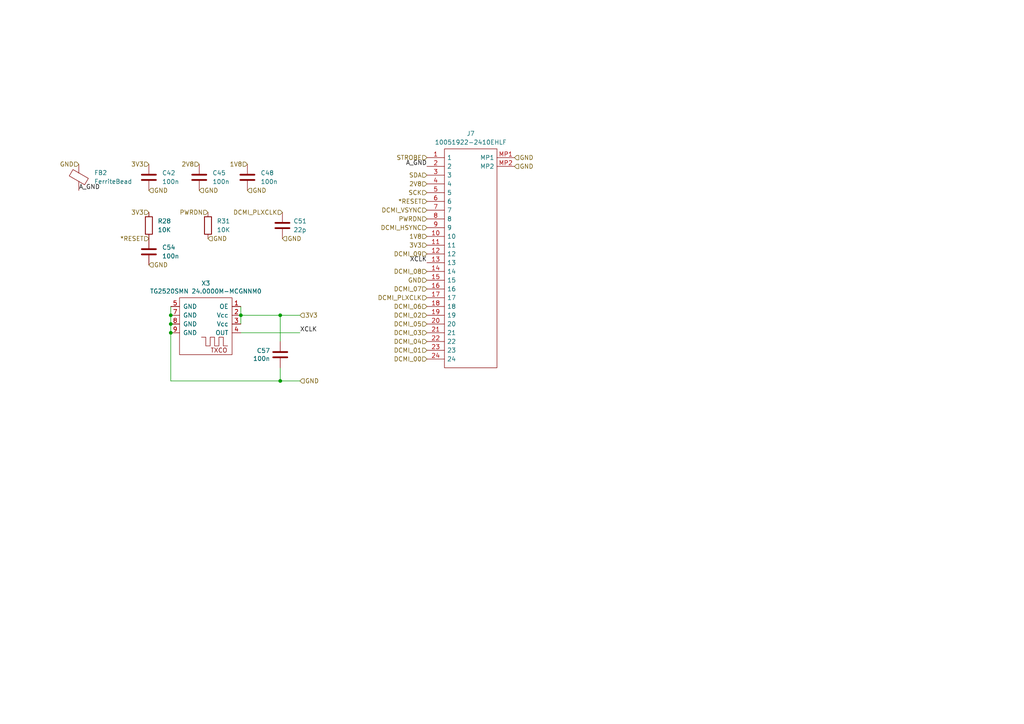
<source format=kicad_sch>
(kicad_sch (version 20231120) (generator "eeschema") (generator_version "8.0")
  (paper "A4")
  (lib_symbols
    (symbol "Device:C" (pin_numbers hide) (pin_names (offset 0.254))
      (property "Reference" "C" (at 0.635 2.54 0))
      (property "Value" "C" (at 0.635 -2.54 0))
      (symbol "C_0_1"
        (polyline (pts (xy -2.032 -0.762) (xy 2.032 -0.762)) (stroke (width 0.508)))
        (polyline (pts (xy -2.032 0.762) (xy 2.032 0.762)) (stroke (width 0.508)))
      )
      (symbol "C_1_1"
        (pin passive line (at 0 3.81 270) (length 2.794) (name "~") (number "1"))
        (pin passive line (at 0 -3.81 90) (length 2.794) (name "~") (number "2"))
      )
    )
    (symbol "Device:FerriteBead" (pin_numbers hide) (pin_names (offset 0))
      (property "Reference" "FB" (at -3.81 0.635 90))
      (property "Value" "FerriteBead" (at 3.81 0 90))
      (symbol "FerriteBead_0_1"
        (polyline (pts (xy 0 -1.27) (xy 0 -1.2192)))
        (polyline (pts (xy 0 1.27) (xy 0 1.2954)))
        (polyline (pts (xy -2.7686 0.4064) (xy -1.7018 2.2606) (xy 2.7686 -0.3048) (xy 1.6764 -2.159) (xy -2.7686 0.4064)))
      )
      (symbol "FerriteBead_1_1"
        (pin passive line (at 0 3.81 270) (length 2.54) (name "~") (number "1"))
        (pin passive line (at 0 -3.81 90) (length 2.54) (name "~") (number "2"))
      )
    )
    (symbol "Device:R" (pin_numbers hide) (pin_names (offset 0))
      (property "Reference" "R" (at 2.032 0 90))
      (property "Value" "R" (at 0 0 90))
      (symbol "R_0_1"
        (rectangle (start -1.016 -2.54) (end 1.016 2.54) (stroke (width 0.254)))
      )
      (symbol "R_1_1"
        (pin passive line (at 0 3.81 270) (length 1.27) (name "~") (number "1"))
        (pin passive line (at 0 -3.81 90) (length 1.27) (name "~") (number "2"))
      )
    )
    (symbol "Project:10051922-2410EHLF" (pin_names (offset 0.762))
      (property "Reference" "J" (at 21.59 7.62 0))
      (property "Value" "10051922-2410EHLF" (at 21.59 5.08 0))
      (symbol "10051922-2410EHLF_0_0"
        (pin passive line (at 25.4 0 180) (length 5.08) (name "1") (number "1"))
        (pin passive line (at 25.4 -22.86 180) (length 5.08) (name "10") (number "10"))
        (pin passive line (at 25.4 -25.4 180) (length 5.08) (name "11") (number "11"))
        (pin passive line (at 25.4 -27.94 180) (length 5.08) (name "12") (number "12"))
        (pin passive line (at 25.4 -30.48 180) (length 5.08) (name "13") (number "13"))
        (pin passive line (at 25.4 -33.02 180) (length 5.08) (name "14") (number "14"))
        (pin passive line (at 25.4 -35.56 180) (length 5.08) (name "15") (number "15"))
        (pin passive line (at 25.4 -38.1 180) (length 5.08) (name "16") (number "16"))
        (pin passive line (at 25.4 -40.64 180) (length 5.08) (name "17") (number "17"))
        (pin passive line (at 25.4 -43.18 180) (length 5.08) (name "18") (number "18"))
        (pin passive line (at 25.4 -45.72 180) (length 5.08) (name "19") (number "19"))
        (pin passive line (at 25.4 -2.54 180) (length 5.08) (name "2") (number "2"))
        (pin passive line (at 25.4 -48.26 180) (length 5.08) (name "20") (number "20"))
        (pin passive line (at 25.4 -50.8 180) (length 5.08) (name "21") (number "21"))
        (pin passive line (at 25.4 -53.34 180) (length 5.08) (name "22") (number "22"))
        (pin passive line (at 25.4 -55.88 180) (length 5.08) (name "23") (number "23"))
        (pin passive line (at 25.4 -58.42 180) (length 5.08) (name "24") (number "24"))
        (pin passive line (at 25.4 -5.08 180) (length 5.08) (name "3") (number "3"))
        (pin passive line (at 25.4 -7.62 180) (length 5.08) (name "4") (number "4"))
        (pin passive line (at 25.4 -10.16 180) (length 5.08) (name "5") (number "5"))
        (pin passive line (at 25.4 -12.7 180) (length 5.08) (name "6") (number "6"))
        (pin passive line (at 25.4 -15.24 180) (length 5.08) (name "7") (number "7"))
        (pin passive line (at 25.4 -17.78 180) (length 5.08) (name "8") (number "8"))
        (pin passive line (at 25.4 -20.32 180) (length 5.08) (name "9") (number "9"))
        (pin passive line (at 0 0 0) (length 5.08) (name "MP1") (number "MP1"))
        (pin passive line (at 0 -2.54 0) (length 5.08) (name "MP2") (number "MP2"))
      )
      (symbol "10051922-2410EHLF_0_1"
        (polyline (pts (xy 5.08 2.54) (xy 20.32 2.54) (xy 20.32 -60.96) (xy 5.08 -60.96) (xy 5.08 2.54)) (stroke (width 0.1524)))
      )
    )
    (symbol "Project:TG-3541CE-1K" (pin_names (offset 1.016))
      (property "Reference" "X2" (at 0 10.541 0))
      (property "Value" "TG-3541CE" (at 0 8.2296 0))
      (symbol "TG-3541CE-1K_0_0"
        (text "TXCO" (at -3.81 -8.89 0) (effects (font (size 1.27 1.27))))
      )
      (symbol "TG-3541CE-1K_0_1"
        (rectangle (start -7.62 6.35) (end 7.62 -10.16))
        (polyline (pts (xy -6.35 -7.62) (xy -5.08 -7.62) (xy -5.08 -5.08) (xy -3.81 -5.08) (xy -3.81 -7.62) (xy -2.54 -7.62) (xy -2.54 -5.08) (xy -1.27 -5.08) (xy -1.27 -7.62) (xy 0 -7.62) (xy 0 -5.08) (xy 1.27 -5.08)))
      )
      (symbol "TG-3541CE-1K_1_1"
        (pin input line (at -10.16 3.81 0) (length 2.54) (name "OE") (number "1"))
        (pin no_connect line (at 10.16 -8.89 180) (length 2.54) hide (name "NC") (number "10"))
        (pin input line (at -10.16 1.27 0) (length 2.54) (name "Vcc") (number "2"))
        (pin input line (at -10.16 -1.27 0) (length 2.54) (name "Vcc") (number "3"))
        (pin input line (at -10.16 -3.81 0) (length 2.54) (name "OUT") (number "4"))
        (pin input line (at 10.16 3.81 180) (length 2.54) (name "GND") (number "5"))
        (pin no_connect line (at 10.16 -6.35 180) (length 2.54) hide (name "NC") (number "6"))
        (pin input line (at 10.16 1.27 180) (length 2.54) (name "GND") (number "7"))
        (pin input line (at 10.16 -1.27 180) (length 2.54) (name "GND") (number "8"))
        (pin input line (at 10.16 -3.81 180) (length 2.54) (name "GND") (number "9"))
      )
    )
  )
  (junction (at 69.85 91.44))
  (junction (at 49.53 91.44))
  (junction (at 49.53 93.98))
  (junction (at 81.28 110.49))
  (junction (at 81.28 91.44))
  (junction (at 49.53 96.52))
  (wire (pts (xy 86.995 110.49) (xy 81.28 110.49)))
  (wire (pts (xy 81.28 106.68) (xy 81.28 110.49)))
  (wire (pts (xy 69.85 88.9) (xy 69.85 91.44)))
  (wire (pts (xy 81.28 99.06) (xy 81.28 91.44)))
  (wire (pts (xy 49.53 88.9) (xy 49.53 91.44)))
  (wire (pts (xy 86.995 91.44) (xy 81.28 91.44)))
  (wire (pts (xy 69.85 91.44) (xy 81.28 91.44)))
  (wire (pts (xy 86.995 96.52) (xy 69.85 96.52)))
  (wire (pts (xy 49.53 93.98) (xy 49.53 96.52)))
  (wire (pts (xy 49.53 96.52) (xy 49.53 110.49)))
  (wire (pts (xy 69.85 93.98) (xy 69.85 91.44)))
  (wire (pts (xy 81.28 110.49) (xy 49.53 110.49)))
  (wire (pts (xy 49.53 91.44) (xy 49.53 93.98)))
  (label "XCLK" (at 123.825 76.2 180))
  (label "A_GND" (at 22.86 55.245 0))
  (label "XCLK" (at 86.995 96.52 0))
  (label "A_GND" (at 123.825 48.26 180))
  (hierarchical_label "GND" (shape input) (at 43.18 55.245 0))
  (hierarchical_label "3V3" (shape input) (at 43.18 61.595 180))
  (hierarchical_label "PWRDN" (shape input) (at 60.325 61.595 180))
  (hierarchical_label "DCMI_01" (shape input) (at 123.825 101.6 180))
  (hierarchical_label "DCMI_05" (shape input) (at 123.825 93.98 180))
  (hierarchical_label "GND" (shape input) (at 71.755 55.245 0))
  (hierarchical_label "GND" (shape input) (at 149.225 48.26 0))
  (hierarchical_label "GND" (shape input) (at 22.86 47.625 180))
  (hierarchical_label "GND" (shape input) (at 123.825 81.28 180))
  (hierarchical_label "SDA" (shape input) (at 123.825 50.8 180))
  (hierarchical_label "DCMI_09" (shape input) (at 123.825 73.66 180))
  (hierarchical_label "DCMI_00" (shape input) (at 123.825 104.14 180))
  (hierarchical_label "3V3" (shape input) (at 123.825 71.12 180))
  (hierarchical_label "GND" (shape input) (at 57.785 55.245 0))
  (hierarchical_label "3V3" (shape input) (at 43.18 47.625 180))
  (hierarchical_label "1V8" (shape input) (at 71.755 47.625 180))
  (hierarchical_label "2V8" (shape input) (at 123.825 53.34 180))
  (hierarchical_label "DCMI_03" (shape input) (at 123.825 96.52 180))
  (hierarchical_label "3V3" (shape input) (at 86.995 91.44 0))
  (hierarchical_label "DCMI_HSYNC" (shape input) (at 123.825 66.04 180))
  (hierarchical_label "GND" (shape input) (at 81.915 69.215 0))
  (hierarchical_label "GND" (shape input) (at 149.225 45.72 0))
  (hierarchical_label "DCMI_PLXCLK" (shape input) (at 81.915 61.595 180))
  (hierarchical_label "*RESET" (shape input) (at 123.825 58.42 180))
  (hierarchical_label "DCMI_VSYNC" (shape input) (at 123.825 60.96 180))
  (hierarchical_label "1V8" (shape input) (at 123.825 68.58 180))
  (hierarchical_label "SCK" (shape input) (at 123.825 55.88 180))
  (hierarchical_label "STROBE" (shape input) (at 123.825 45.72 180))
  (hierarchical_label "GND" (shape input) (at 43.18 76.835 0))
  (hierarchical_label "PWRDN" (shape input) (at 123.825 63.5 180))
  (hierarchical_label "DCMI_PLXCLK" (shape input) (at 123.825 86.36 180))
  (hierarchical_label "GND" (shape input) (at 86.995 110.49 0))
  (hierarchical_label "DCMI_04" (shape input) (at 123.825 99.06 180))
  (hierarchical_label "DCMI_08" (shape input) (at 123.825 78.74 180))
  (hierarchical_label "2V8" (shape input) (at 57.785 47.625 180))
  (hierarchical_label "DCMI_02" (shape input) (at 123.825 91.44 180))
  (hierarchical_label "DCMI_06" (shape input) (at 123.825 88.9 180))
  (hierarchical_label "*RESET" (shape input) (at 43.18 69.215 180))
  (hierarchical_label "DCMI_07" (shape input) (at 123.825 83.82 180))
  (hierarchical_label "GND" (shape input) (at 60.325 69.215 0))
  (symbol (lib_id "Project:10051922-2410EHLF") (at 149.225 45.72 0) (mirror y) (unit 1)
    (property "Reference" "J9" (at 136.525 38.735 0))
    (property "Value" "10051922-2410EHLF" (at 136.525 41.275 0))
    (property "Footprint" "100519222410EHLF" (effects (hide yes)))
    (property "Datasheet" "https://cdn.amphenol-cs.com/media/wysiwyg/files/drawing/10051922.pdf" (effects (hide yes)))
    (property "Description" "0.50mm Flex Connector, VLL Series, 24 Position, Lower Side Contact, Side Entry Surface Mount ZIF Connector, Halogen-free & Lead Free Type." (effects (hide yes)))
    (property "Description_1" "0.50mm Flex Connector, VLL Series, 24 Position, Lower Side Contact, Side Entry Surface Mount ZIF Connector, Halogen-free & Lead Free Type." (effects (hide yes)))
    (property "Height" "1.5" (effects (hide yes)))
    (property "Manufacturer_Name" "Amphenol Communications Solutions" (effects (hide yes)))
    (property "Manufacturer_Part_Number" "10051922-2410EHLF" (effects (hide yes)))
    (instances (project "sci_board" (path "" (reference "J7") (unit 1)) (path "" (reference "J9") (unit 1))))
  )
  (symbol (lib_id "Device:C") (at 81.915 65.405 0) (unit 1)
    (property "Reference" "C55" (at 85.09 64.1349 0) (effects (justify left)))
    (property "Value" "22p" (at 85.09 66.6749 0) (effects (justify left)))
    (property "Description" "Unpolarized capacitor" (effects (hide yes)))
    (instances (project "sci_board" (path "" (reference "C51") (unit 1)) (path "" (reference "C55") (unit 1)) (path "" (reference "C53") (unit 1))))
  )
  (symbol (lib_id "Device:C") (at 43.18 73.025 0) (unit 1)
    (property "Reference" "C52" (at 46.99 71.7549 0) (effects (justify left)))
    (property "Value" "100n" (at 46.99 74.2949 0) (effects (justify left)))
    (property "Description" "Unpolarized capacitor" (effects (hide yes)))
    (instances (project "sci_board" (path "" (reference "C54") (unit 1)) (path "" (reference "C52") (unit 1)) (path "" (reference "C56") (unit 1))))
  )
  (symbol (lib_id "Project:TG-3541CE-1K") (at 59.69 92.71 0) (mirror y) (unit 1)
    (property "Reference" "X4" (at 59.69 82.169 0))
    (property "Value" "TG2520SMN 24.0000M-MCGNNM0" (at 59.69 84.4804 0))
    (property "Footprint" "Project:TG-3541CE_EPS" (effects (hide yes)))
    (property "Datasheet" "https://support.epson.biz/td/api/doc_check.php?dl=brief_TG-3541CE&lang=en" (effects (hide yes)))
    (property "Mfr. #" "TG-3541CE 32.7680KXA3" (effects (hide yes)))
    (property "Order" "https://www.digikey.com/product-detail/en/epson/TG-3541CE-32-7680KXA3/SER4421CT-ND/10239844" (effects (hide yes)))
    (instances (project "sci_board" (path "" (reference "X3") (unit 1)) (path "" (reference "X4") (unit 1)) (path "" (reference "X5") (unit 1))))
  )
  (symbol (lib_id "Device:C") (at 57.785 51.435 0) (unit 1)
    (property "Reference" "C46" (at 61.595 50.1649 0) (effects (justify left)))
    (property "Value" "100n" (at 61.595 52.7049 0) (effects (justify left)))
    (property "Description" "Unpolarized capacitor" (effects (hide yes)))
    (instances (project "sci_board" (path "" (reference "C45") (unit 1)) (path "" (reference "C46") (unit 1)) (path "" (reference "C47") (unit 1))))
  )
  (symbol (lib_id "Device:FerriteBead") (at 22.86 51.435 0) (unit 1)
    (property "Reference" "FB4" (at 27.305 50.1141 0) (effects (justify left)))
    (property "Value" "FerriteBead" (at 27.305 52.6541 0) (effects (justify left)))
    (property "Description" "Ferrite bead" (effects (hide yes)))
    (instances (project "sci_board" (path "" (reference "FB2") (unit 1)) (path "" (reference "FB4") (unit 1))))
  )
  (symbol (lib_id "Device:R") (at 43.18 65.405 0) (unit 1)
    (property "Reference" "R30" (at 45.72 64.1349 0) (effects (justify left)))
    (property "Value" "10K" (at 45.72 66.6749 0) (effects (justify left)))
    (property "Description" "Resistor" (effects (hide yes)))
    (instances (project "sci_board" (path "" (reference "R28") (unit 1)) (path "" (reference "R30") (unit 1))))
  )
  (symbol (lib_id "Device:R") (at 60.325 65.405 0) (unit 1)
    (property "Reference" "R32" (at 62.865 64.1349 0) (effects (justify left)))
    (property "Value" "10K" (at 62.865 66.6749 0) (effects (justify left)))
    (property "Description" "Resistor" (effects (hide yes)))
    (instances (project "sci_board" (path "" (reference "R31") (unit 1)) (path "" (reference "R32") (unit 1)) (path "" (reference "R33") (unit 1))))
  )
  (symbol (lib_id "Device:C") (at 43.18 51.435 0) (unit 1)
    (property "Reference" "C44" (at 46.99 50.1649 0) (effects (justify left)))
    (property "Value" "100n" (at 46.99 52.7049 0) (effects (justify left)))
    (property "Description" "Unpolarized capacitor" (effects (hide yes)))
    (instances (project "sci_board" (path "" (reference "C42") (unit 1)) (path "" (reference "C44") (unit 1))))
  )
  (symbol (lib_id "Device:C") (at 71.755 51.435 0) (unit 1)
    (property "Reference" "C49" (at 75.565 50.1649 0) (effects (justify left)))
    (property "Value" "100n" (at 75.565 52.7049 0) (effects (justify left)))
    (property "Description" "Unpolarized capacitor" (effects (hide yes)))
    (instances (project "sci_board" (path "" (reference "C48") (unit 1)) (path "" (reference "C49") (unit 1)) (path "" (reference "C50") (unit 1))))
  )
  (symbol (lib_id "Device:C") (at 81.28 102.87 0) (mirror y) (unit 1)
    (property "Reference" "C58" (at 78.359 101.7016 0) (effects (justify left)))
    (property "Value" "100n" (at 78.359 104.013 0) (effects (justify left)))
    (property "Footprint" "Capacitor_SMD:C_0402_1005Metric_Pad0.74x0.62mm_HandSolder" (effects (hide yes)))
    (property "Voltage" "25V" (effects (hide yes)))
    (property "Mfr. #" "CL10B104KA8NNNC" (effects (hide yes)))
    (property "Order" "https://www.digikey.com/product-detail/en/samsung-electro-mechanics/CL10B104KA8NNNC/1276-1006-1-ND/3889092" (effects (hide yes)))
    (instances (project "sci_board" (path "" (reference "C57") (unit 1)) (path "" (reference "C58") (unit 1)) (path "" (reference "C59") (unit 1))))
  )
)
</source>
